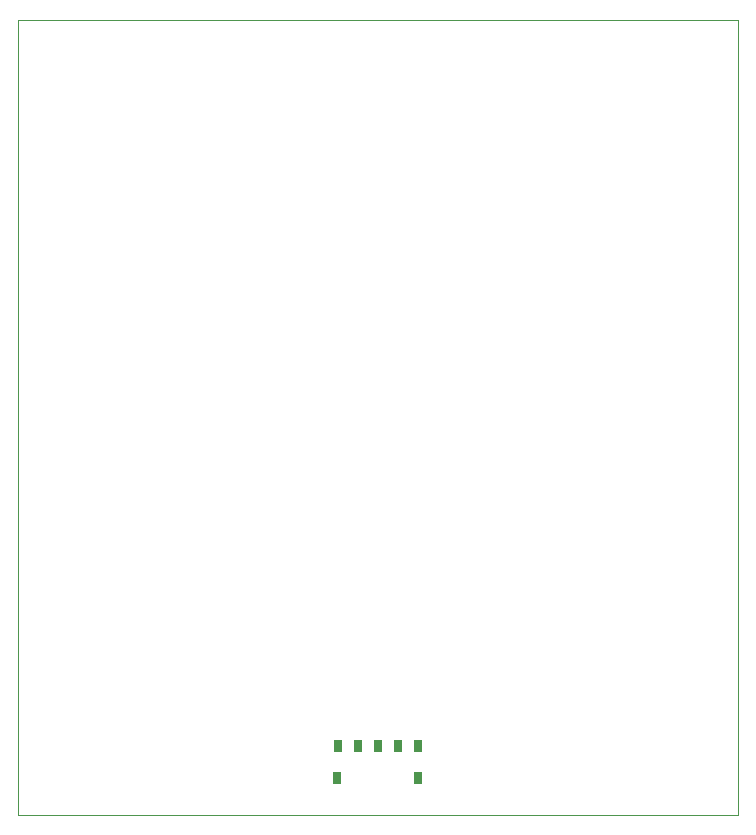
<source format=gbp>
G75*
G70*
%OFA0B0*%
%FSLAX24Y24*%
%IPPOS*%
%LPD*%
%AMOC8*
5,1,8,0,0,1.08239X$1,22.5*
%
%ADD10C,0.0000*%
%ADD11R,0.0315X0.0433*%
D10*
X000500Y000130D02*
X000500Y026630D01*
X024500Y026630D01*
X024500Y000130D01*
X000500Y000130D01*
D11*
X011122Y001362D03*
X011161Y002425D03*
X011831Y002425D03*
X012500Y002425D03*
X013169Y002425D03*
X013839Y002425D03*
X013839Y001362D03*
M02*

</source>
